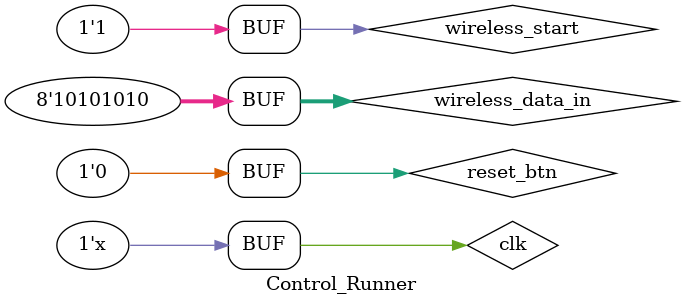
<source format=v>
`timescale 1ns / 1ps


module Control_Runner;

	// Inputs
	reg reset_btn;
	reg clk;

	// Outputs
	wire [6:0] seven_segment;
	wire [3:0] enable;
	wire [3:0] leds;
	reg wireless_start = 1'b0;
	reg [7:0]  wireless_data_in = 8'b00000000;

	// Instantiate the Unit Under Test (UUT)
	Control uut (
		.wireless_start(wireless_start),
		.wireless_data_in(wireless_data_in),
		.reset_btn(reset_btn), 
		.clk(clk), 
		.seven_segment(seven_segment), 
		.enable(enable), 
		.leds(leds)
	);

	initial begin
		reset_btn = 0;
		clk = 0;

		// Wait 100 ns for global reset to finish
		#100;
		
		wireless_data_in = 8'b10101010;
		wireless_start = 1'b1;
		
	end
	
	always begin
		clk = ~clk;
		#1;
	end
      
endmodule

</source>
